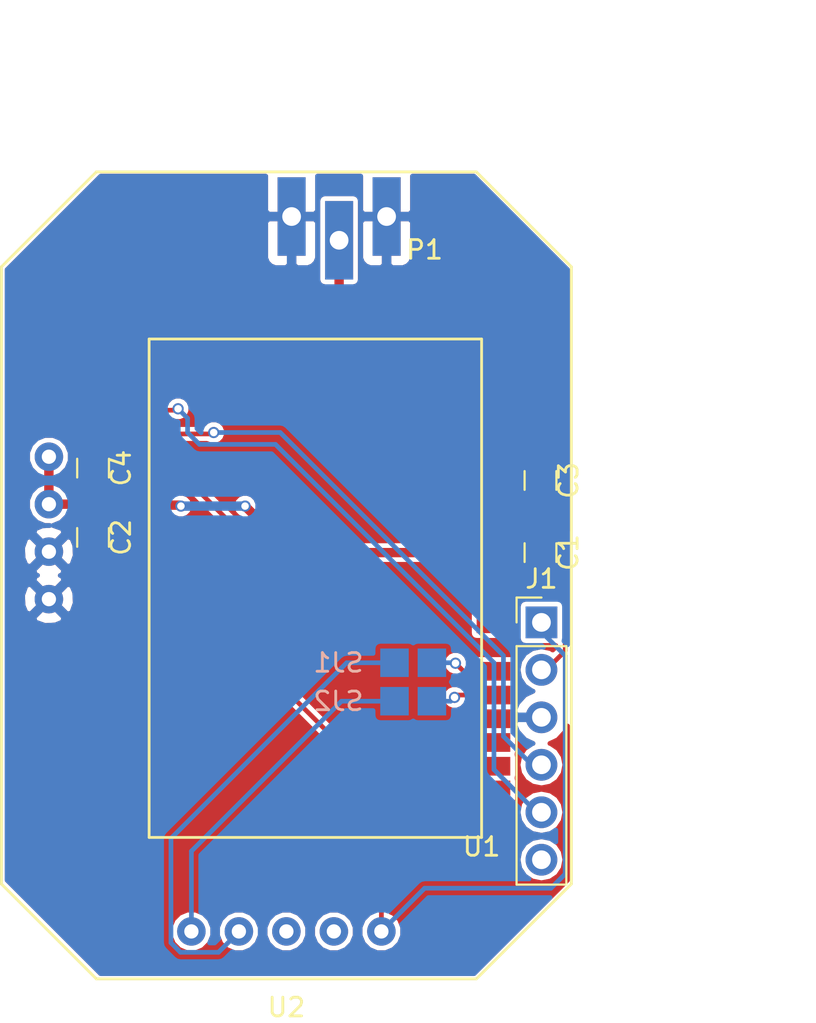
<source format=kicad_pcb>
(kicad_pcb (version 4) (host pcbnew 4.0.7-e2-6376~58~ubuntu16.04.1)

  (general
    (links 38)
    (no_connects 0)
    (area 129.087199 74.8694 162.98962 122.8934)
    (thickness 1.6)
    (drawings 2)
    (tracks 80)
    (zones 0)
    (modules 10)
    (nets 40)
  )

  (page A4)
  (layers
    (0 F.Cu signal)
    (31 B.Cu signal)
    (32 B.Adhes user)
    (33 F.Adhes user)
    (34 B.Paste user)
    (35 F.Paste user)
    (36 B.SilkS user)
    (37 F.SilkS user)
    (38 B.Mask user)
    (39 F.Mask user)
    (40 Dwgs.User user)
    (41 Cmts.User user)
    (42 Eco1.User user)
    (43 Eco2.User user)
    (44 Edge.Cuts user)
    (45 Margin user)
    (46 B.CrtYd user)
    (47 F.CrtYd user)
    (48 B.Fab user)
    (49 F.Fab user)
  )

  (setup
    (last_trace_width 0.25)
    (trace_clearance 0.2)
    (zone_clearance 0.25)
    (zone_45_only no)
    (trace_min 0.2)
    (segment_width 0.2)
    (edge_width 0.15)
    (via_size 0.6)
    (via_drill 0.4)
    (via_min_size 0.4)
    (via_min_drill 0.3)
    (uvia_size 0.3)
    (uvia_drill 0.1)
    (uvias_allowed no)
    (uvia_min_size 0.2)
    (uvia_min_drill 0.1)
    (pcb_text_width 0.3)
    (pcb_text_size 1.5 1.5)
    (mod_edge_width 0.15)
    (mod_text_size 1 1)
    (mod_text_width 0.15)
    (pad_size 1.524 1.524)
    (pad_drill 0.762)
    (pad_to_mask_clearance 0.2)
    (aux_axis_origin 0 0)
    (visible_elements FFFFFF7F)
    (pcbplotparams
      (layerselection 0x00030_80000001)
      (usegerberextensions false)
      (excludeedgelayer true)
      (linewidth 0.100000)
      (plotframeref false)
      (viasonmask false)
      (mode 1)
      (useauxorigin false)
      (hpglpennumber 1)
      (hpglpenspeed 20)
      (hpglpendiameter 15)
      (hpglpenoverlay 2)
      (psnegative false)
      (psa4output false)
      (plotreference true)
      (plotvalue true)
      (plotinvisibletext false)
      (padsonsilk false)
      (subtractmaskfromsilk false)
      (outputformat 1)
      (mirror false)
      (drillshape 1)
      (scaleselection 1)
      (outputdirectory ""))
  )

  (net 0 "")
  (net 1 +3V3)
  (net 2 GND)
  (net 3 "Net-(P1-Pad2)")
  (net 4 "Net-(SJ1-Pad1)")
  (net 5 "Net-(SJ1-Pad2)")
  (net 6 "Net-(SJ2-Pad1)")
  (net 7 "Net-(SJ2-Pad2)")
  (net 8 "Net-(U1-Pad2)")
  (net 9 "Net-(U1-Pad3)")
  (net 10 "Net-(U1-Pad4)")
  (net 11 "Net-(U1-Pad5)")
  (net 12 "Net-(U1-Pad9)")
  (net 13 "Net-(U1-Pad10)")
  (net 14 "Net-(U1-Pad13)")
  (net 15 "Net-(U1-Pad14)")
  (net 16 "Net-(U1-Pad15)")
  (net 17 "Net-(U1-Pad16)")
  (net 18 "Net-(U1-Pad17)")
  (net 19 "Net-(U1-Pad18)")
  (net 20 "Net-(U1-Pad19)")
  (net 21 "Net-(U1-Pad25)")
  (net 22 "Net-(U1-Pad29)")
  (net 23 rn2483_reset)
  (net 24 "Net-(U1-Pad35)")
  (net 25 "Net-(U1-Pad36)")
  (net 26 "Net-(U1-Pad37)")
  (net 27 "Net-(U1-Pad38)")
  (net 28 "Net-(U1-Pad39)")
  (net 29 "Net-(U1-Pad40)")
  (net 30 "Net-(U1-Pad42)")
  (net 31 "Net-(U1-Pad43)")
  (net 32 "Net-(U1-Pad44)")
  (net 33 "Net-(U1-Pad45)")
  (net 34 "Net-(U1-Pad46)")
  (net 35 "Net-(U2-Pad7)")
  (net 36 "Net-(U2-Pad8)")
  (net 37 "Net-(J1-Pad4)")
  (net 38 "Net-(J1-Pad5)")
  (net 39 "Net-(J1-Pad6)")

  (net_class Default "This is the default net class."
    (clearance 0.2)
    (trace_width 0.25)
    (via_dia 0.6)
    (via_drill 0.4)
    (uvia_dia 0.3)
    (uvia_drill 0.1)
    (add_net +3V3)
    (add_net GND)
    (add_net "Net-(J1-Pad4)")
    (add_net "Net-(J1-Pad5)")
    (add_net "Net-(J1-Pad6)")
    (add_net "Net-(P1-Pad2)")
    (add_net "Net-(SJ1-Pad1)")
    (add_net "Net-(SJ1-Pad2)")
    (add_net "Net-(SJ2-Pad1)")
    (add_net "Net-(SJ2-Pad2)")
    (add_net "Net-(U1-Pad10)")
    (add_net "Net-(U1-Pad13)")
    (add_net "Net-(U1-Pad14)")
    (add_net "Net-(U1-Pad15)")
    (add_net "Net-(U1-Pad16)")
    (add_net "Net-(U1-Pad17)")
    (add_net "Net-(U1-Pad18)")
    (add_net "Net-(U1-Pad19)")
    (add_net "Net-(U1-Pad2)")
    (add_net "Net-(U1-Pad25)")
    (add_net "Net-(U1-Pad29)")
    (add_net "Net-(U1-Pad3)")
    (add_net "Net-(U1-Pad35)")
    (add_net "Net-(U1-Pad36)")
    (add_net "Net-(U1-Pad37)")
    (add_net "Net-(U1-Pad38)")
    (add_net "Net-(U1-Pad39)")
    (add_net "Net-(U1-Pad4)")
    (add_net "Net-(U1-Pad40)")
    (add_net "Net-(U1-Pad42)")
    (add_net "Net-(U1-Pad43)")
    (add_net "Net-(U1-Pad44)")
    (add_net "Net-(U1-Pad45)")
    (add_net "Net-(U1-Pad46)")
    (add_net "Net-(U1-Pad5)")
    (add_net "Net-(U1-Pad9)")
    (add_net "Net-(U2-Pad7)")
    (add_net "Net-(U2-Pad8)")
    (add_net rn2483_reset)
  )

  (module lorawan_module:SMD_0805 (layer F.Cu) (tedit 58AA8463) (tstamp 5A15C9F6)
    (at 158.1912 97.4852 270)
    (descr "Capacitor SMD 0805, reflow soldering, AVX (see smccp.pdf)")
    (tags "capacitor 0805")
    (path /5A15F382)
    (attr smd)
    (fp_text reference C1 (at 0 -1.5 270) (layer F.SilkS)
      (effects (font (size 1 1) (thickness 0.15)))
    )
    (fp_text value 100n (at 0 1.75 270) (layer F.Fab)
      (effects (font (size 1 1) (thickness 0.15)))
    )
    (fp_text user %R (at 0 -1.5 270) (layer F.Fab)
      (effects (font (size 1 1) (thickness 0.15)))
    )
    (fp_line (start -1 0.62) (end -1 -0.62) (layer F.Fab) (width 0.1))
    (fp_line (start 1 0.62) (end -1 0.62) (layer F.Fab) (width 0.1))
    (fp_line (start 1 -0.62) (end 1 0.62) (layer F.Fab) (width 0.1))
    (fp_line (start -1 -0.62) (end 1 -0.62) (layer F.Fab) (width 0.1))
    (fp_line (start 0.5 -0.85) (end -0.5 -0.85) (layer F.SilkS) (width 0.12))
    (fp_line (start -0.5 0.85) (end 0.5 0.85) (layer F.SilkS) (width 0.12))
    (fp_line (start -1.75 -0.88) (end 1.75 -0.88) (layer F.CrtYd) (width 0.05))
    (fp_line (start -1.75 -0.88) (end -1.75 0.87) (layer F.CrtYd) (width 0.05))
    (fp_line (start 1.75 0.87) (end 1.75 -0.88) (layer F.CrtYd) (width 0.05))
    (fp_line (start 1.75 0.87) (end -1.75 0.87) (layer F.CrtYd) (width 0.05))
    (pad 1 smd rect (at -1 0 270) (size 1 1.25) (layers F.Cu F.Paste F.Mask)
      (net 1 +3V3))
    (pad 2 smd rect (at 1 0 270) (size 1 1.25) (layers F.Cu F.Paste F.Mask)
      (net 2 GND))
    (model Capacitors_SMD.3dshapes/C_0805.wrl
      (at (xyz 0 0 0))
      (scale (xyz 1 1 1))
      (rotate (xyz 0 0 0))
    )
  )

  (module lorawan_module:SMD_0805 (layer F.Cu) (tedit 58AA8463) (tstamp 5A15C9FC)
    (at 134.2644 96.6724 270)
    (descr "Capacitor SMD 0805, reflow soldering, AVX (see smccp.pdf)")
    (tags "capacitor 0805")
    (path /5A15F2E0)
    (attr smd)
    (fp_text reference C2 (at 0 -1.5 270) (layer F.SilkS)
      (effects (font (size 1 1) (thickness 0.15)))
    )
    (fp_text value 56p (at 0 1.75 270) (layer F.Fab)
      (effects (font (size 1 1) (thickness 0.15)))
    )
    (fp_text user %R (at 0 -1.5 270) (layer F.Fab)
      (effects (font (size 1 1) (thickness 0.15)))
    )
    (fp_line (start -1 0.62) (end -1 -0.62) (layer F.Fab) (width 0.1))
    (fp_line (start 1 0.62) (end -1 0.62) (layer F.Fab) (width 0.1))
    (fp_line (start 1 -0.62) (end 1 0.62) (layer F.Fab) (width 0.1))
    (fp_line (start -1 -0.62) (end 1 -0.62) (layer F.Fab) (width 0.1))
    (fp_line (start 0.5 -0.85) (end -0.5 -0.85) (layer F.SilkS) (width 0.12))
    (fp_line (start -0.5 0.85) (end 0.5 0.85) (layer F.SilkS) (width 0.12))
    (fp_line (start -1.75 -0.88) (end 1.75 -0.88) (layer F.CrtYd) (width 0.05))
    (fp_line (start -1.75 -0.88) (end -1.75 0.87) (layer F.CrtYd) (width 0.05))
    (fp_line (start 1.75 0.87) (end 1.75 -0.88) (layer F.CrtYd) (width 0.05))
    (fp_line (start 1.75 0.87) (end -1.75 0.87) (layer F.CrtYd) (width 0.05))
    (pad 1 smd rect (at -1 0 270) (size 1 1.25) (layers F.Cu F.Paste F.Mask)
      (net 1 +3V3))
    (pad 2 smd rect (at 1 0 270) (size 1 1.25) (layers F.Cu F.Paste F.Mask)
      (net 2 GND))
    (model Capacitors_SMD.3dshapes/C_0805.wrl
      (at (xyz 0 0 0))
      (scale (xyz 1 1 1))
      (rotate (xyz 0 0 0))
    )
  )

  (module lorawan_module:SMD_0805 (layer F.Cu) (tedit 58AA8463) (tstamp 5A15CA02)
    (at 158.1912 93.6244 270)
    (descr "Capacitor SMD 0805, reflow soldering, AVX (see smccp.pdf)")
    (tags "capacitor 0805")
    (path /5A15F25C)
    (attr smd)
    (fp_text reference C3 (at 0 -1.5 270) (layer F.SilkS)
      (effects (font (size 1 1) (thickness 0.15)))
    )
    (fp_text value 56p (at 0 1.75 270) (layer F.Fab)
      (effects (font (size 1 1) (thickness 0.15)))
    )
    (fp_text user %R (at 0 -1.5 270) (layer F.Fab)
      (effects (font (size 1 1) (thickness 0.15)))
    )
    (fp_line (start -1 0.62) (end -1 -0.62) (layer F.Fab) (width 0.1))
    (fp_line (start 1 0.62) (end -1 0.62) (layer F.Fab) (width 0.1))
    (fp_line (start 1 -0.62) (end 1 0.62) (layer F.Fab) (width 0.1))
    (fp_line (start -1 -0.62) (end 1 -0.62) (layer F.Fab) (width 0.1))
    (fp_line (start 0.5 -0.85) (end -0.5 -0.85) (layer F.SilkS) (width 0.12))
    (fp_line (start -0.5 0.85) (end 0.5 0.85) (layer F.SilkS) (width 0.12))
    (fp_line (start -1.75 -0.88) (end 1.75 -0.88) (layer F.CrtYd) (width 0.05))
    (fp_line (start -1.75 -0.88) (end -1.75 0.87) (layer F.CrtYd) (width 0.05))
    (fp_line (start 1.75 0.87) (end 1.75 -0.88) (layer F.CrtYd) (width 0.05))
    (fp_line (start 1.75 0.87) (end -1.75 0.87) (layer F.CrtYd) (width 0.05))
    (pad 1 smd rect (at -1 0 270) (size 1 1.25) (layers F.Cu F.Paste F.Mask)
      (net 2 GND))
    (pad 2 smd rect (at 1 0 270) (size 1 1.25) (layers F.Cu F.Paste F.Mask)
      (net 1 +3V3))
    (model Capacitors_SMD.3dshapes/C_0805.wrl
      (at (xyz 0 0 0))
      (scale (xyz 1 1 1))
      (rotate (xyz 0 0 0))
    )
  )

  (module lorawan_module:SMD_0805 (layer F.Cu) (tedit 58AA8463) (tstamp 5A15CA08)
    (at 134.2644 92.964 270)
    (descr "Capacitor SMD 0805, reflow soldering, AVX (see smccp.pdf)")
    (tags "capacitor 0805")
    (path /5A15F2B2)
    (attr smd)
    (fp_text reference C4 (at 0 -1.5 270) (layer F.SilkS)
      (effects (font (size 1 1) (thickness 0.15)))
    )
    (fp_text value 100n (at 0 1.75 270) (layer F.Fab)
      (effects (font (size 1 1) (thickness 0.15)))
    )
    (fp_text user %R (at 0 -1.5 270) (layer F.Fab)
      (effects (font (size 1 1) (thickness 0.15)))
    )
    (fp_line (start -1 0.62) (end -1 -0.62) (layer F.Fab) (width 0.1))
    (fp_line (start 1 0.62) (end -1 0.62) (layer F.Fab) (width 0.1))
    (fp_line (start 1 -0.62) (end 1 0.62) (layer F.Fab) (width 0.1))
    (fp_line (start -1 -0.62) (end 1 -0.62) (layer F.Fab) (width 0.1))
    (fp_line (start 0.5 -0.85) (end -0.5 -0.85) (layer F.SilkS) (width 0.12))
    (fp_line (start -0.5 0.85) (end 0.5 0.85) (layer F.SilkS) (width 0.12))
    (fp_line (start -1.75 -0.88) (end 1.75 -0.88) (layer F.CrtYd) (width 0.05))
    (fp_line (start -1.75 -0.88) (end -1.75 0.87) (layer F.CrtYd) (width 0.05))
    (fp_line (start 1.75 0.87) (end 1.75 -0.88) (layer F.CrtYd) (width 0.05))
    (fp_line (start 1.75 0.87) (end -1.75 0.87) (layer F.CrtYd) (width 0.05))
    (pad 1 smd rect (at -1 0 270) (size 1 1.25) (layers F.Cu F.Paste F.Mask)
      (net 2 GND))
    (pad 2 smd rect (at 1 0 270) (size 1 1.25) (layers F.Cu F.Paste F.Mask)
      (net 1 +3V3))
    (model Capacitors_SMD.3dshapes/C_0805.wrl
      (at (xyz 0 0 0))
      (scale (xyz 1 1 1))
      (rotate (xyz 0 0 0))
    )
  )

  (module lorawan_module:sma_conn (layer F.Cu) (tedit 59158A7E) (tstamp 5A15CA0F)
    (at 147.4216 80.899)
    (path /5A15F860)
    (fp_text reference P1 (at 4.572 0.381) (layer F.SilkS)
      (effects (font (size 1 1) (thickness 0.15)))
    )
    (fp_text value SMA_mini (at 0.127 -4.445) (layer F.Fab)
      (effects (font (size 1 1) (thickness 0.15)))
    )
    (pad 1 thru_hole rect (at -2.54 -1.397) (size 1.5 4.2) (drill 1) (layers *.Cu *.Mask)
      (net 2 GND))
    (pad 2 thru_hole rect (at 0 -0.127) (size 1.5 4.2) (drill 1) (layers *.Cu *.Mask)
      (net 3 "Net-(P1-Pad2)"))
    (pad 3 thru_hole rect (at 2.54 -1.397) (size 1.5 4.2) (drill 1) (layers *.Cu *.Mask)
      (net 2 GND))
  )

  (module lorawan_module:RN2483_top (layer F.Cu) (tedit 58E5278E) (tstamp 5A15CA4E)
    (at 137.2616 112.7252)
    (path /5A15BEEC)
    (fp_text reference U1 (at 17.78 0.5) (layer F.SilkS)
      (effects (font (size 1 1) (thickness 0.15)))
    )
    (fp_text value RN2483 (at 17.78 -0.5) (layer F.Fab)
      (effects (font (size 1 1) (thickness 0.15)))
    )
    (fp_line (start 0 0) (end 17.78 0) (layer F.SilkS) (width 0.15))
    (fp_line (start 17.78 0) (end 17.78 -26.67) (layer F.SilkS) (width 0.15))
    (fp_line (start 17.78 -26.67) (end 0 -26.67) (layer F.SilkS) (width 0.15))
    (fp_line (start 0 -26.67) (end 0 0) (layer F.SilkS) (width 0.15))
    (pad 1 smd rect (at 18.415 -1.27) (size 1.8 1) (layers F.Cu F.Paste F.Mask)
      (net 2 GND))
    (pad 2 smd rect (at 18.415 -2.54) (size 1.8 1) (layers F.Cu F.Paste F.Mask)
      (net 8 "Net-(U1-Pad2)"))
    (pad 3 smd rect (at 18.415 -3.81) (size 1.8 1) (layers F.Cu F.Paste F.Mask)
      (net 9 "Net-(U1-Pad3)"))
    (pad 4 smd rect (at 18.415 -5.08) (size 1.8 1) (layers F.Cu F.Paste F.Mask)
      (net 10 "Net-(U1-Pad4)"))
    (pad 5 smd rect (at 18.415 -6.35) (size 1.8 1) (layers F.Cu F.Paste F.Mask)
      (net 11 "Net-(U1-Pad5)"))
    (pad 6 smd rect (at 18.415 -7.62) (size 1.8 1) (layers F.Cu F.Paste F.Mask)
      (net 6 "Net-(SJ2-Pad1)"))
    (pad 7 smd rect (at 18.415 -8.89) (size 1.8 1) (layers F.Cu F.Paste F.Mask)
      (net 4 "Net-(SJ1-Pad1)"))
    (pad 8 smd rect (at 18.415 -10.16) (size 1.8 1) (layers F.Cu F.Paste F.Mask)
      (net 2 GND))
    (pad 9 smd rect (at 18.415 -11.43) (size 1.8 1) (layers F.Cu F.Paste F.Mask)
      (net 12 "Net-(U1-Pad9)"))
    (pad 10 smd rect (at 18.415 -12.7) (size 1.8 1) (layers F.Cu F.Paste F.Mask)
      (net 13 "Net-(U1-Pad10)"))
    (pad 11 smd rect (at 18.415 -13.97) (size 1.8 1) (layers F.Cu F.Paste F.Mask)
      (net 2 GND))
    (pad 12 smd rect (at 18.415 -15.24) (size 1.8 1) (layers F.Cu F.Paste F.Mask)
      (net 1 +3V3))
    (pad 13 smd rect (at 18.415 -16.51) (size 1.8 1) (layers F.Cu F.Paste F.Mask)
      (net 14 "Net-(U1-Pad13)"))
    (pad 14 smd rect (at 18.415 -17.78) (size 1.8 1) (layers F.Cu F.Paste F.Mask)
      (net 15 "Net-(U1-Pad14)"))
    (pad 15 smd rect (at 18.415 -19.05) (size 1.8 1) (layers F.Cu F.Paste F.Mask)
      (net 16 "Net-(U1-Pad15)"))
    (pad 16 smd rect (at 18.415 -20.32) (size 1.8 1) (layers F.Cu F.Paste F.Mask)
      (net 17 "Net-(U1-Pad16)"))
    (pad 17 smd rect (at 18.415 -21.59) (size 1.8 1) (layers F.Cu F.Paste F.Mask)
      (net 18 "Net-(U1-Pad17)"))
    (pad 18 smd rect (at 18.415 -22.86) (size 1.8 1) (layers F.Cu F.Paste F.Mask)
      (net 19 "Net-(U1-Pad18)"))
    (pad 19 smd rect (at 18.415 -24.13) (size 1.8 1) (layers F.Cu F.Paste F.Mask)
      (net 20 "Net-(U1-Pad19)"))
    (pad 20 smd rect (at 18.415 -25.4) (size 1.8 1) (layers F.Cu F.Paste F.Mask)
      (net 2 GND))
    (pad 21 smd rect (at 12.7 -27.305) (size 1 1.8) (layers F.Cu F.Paste F.Mask)
      (net 2 GND))
    (pad 22 smd rect (at 11.43 -27.305) (size 1 1.8) (layers F.Cu F.Paste F.Mask)
      (net 2 GND))
    (pad 23 smd rect (at 10.16 -27.305) (size 1 1.8) (layers F.Cu F.Paste F.Mask)
      (net 3 "Net-(P1-Pad2)"))
    (pad 24 smd rect (at 8.89 -27.305) (size 1 1.8) (layers F.Cu F.Paste F.Mask)
      (net 2 GND))
    (pad 25 smd rect (at 7.62 -27.305) (size 1 1.8) (layers F.Cu F.Paste F.Mask)
      (net 21 "Net-(U1-Pad25)"))
    (pad 26 smd rect (at 6.35 -27.305) (size 1 1.8) (layers F.Cu F.Paste F.Mask)
      (net 2 GND))
    (pad 27 smd rect (at 5.08 -27.305) (size 1 1.8) (layers F.Cu F.Paste F.Mask)
      (net 2 GND))
    (pad 28 smd rect (at -0.635 -25.4) (size 1.8 1) (layers F.Cu F.Paste F.Mask)
      (net 2 GND))
    (pad 29 smd rect (at -0.635 -24.13) (size 1.8 1) (layers F.Cu F.Paste F.Mask)
      (net 22 "Net-(U1-Pad29)"))
    (pad 30 smd rect (at -0.635 -22.86) (size 1.8 1) (layers F.Cu F.Paste F.Mask)
      (net 38 "Net-(J1-Pad5)"))
    (pad 31 smd rect (at -0.635 -21.59) (size 1.8 1) (layers F.Cu F.Paste F.Mask)
      (net 37 "Net-(J1-Pad4)"))
    (pad 32 smd rect (at -0.635 -20.32) (size 1.8 1) (layers F.Cu F.Paste F.Mask)
      (net 23 rn2483_reset))
    (pad 33 smd rect (at -0.635 -19.05) (size 1.8 1) (layers F.Cu F.Paste F.Mask)
      (net 2 GND))
    (pad 34 smd rect (at -0.635 -17.78) (size 1.8 1) (layers F.Cu F.Paste F.Mask)
      (net 1 +3V3))
    (pad 35 smd rect (at -0.635 -16.51) (size 1.8 1) (layers F.Cu F.Paste F.Mask)
      (net 24 "Net-(U1-Pad35)"))
    (pad 36 smd rect (at -0.635 -15.24) (size 1.8 1) (layers F.Cu F.Paste F.Mask)
      (net 25 "Net-(U1-Pad36)"))
    (pad 37 smd rect (at -0.635 -13.97) (size 1.8 1) (layers F.Cu F.Paste F.Mask)
      (net 26 "Net-(U1-Pad37)"))
    (pad 38 smd rect (at -0.635 -12.7) (size 1.8 1) (layers F.Cu F.Paste F.Mask)
      (net 27 "Net-(U1-Pad38)"))
    (pad 39 smd rect (at -0.635 -11.43) (size 1.8 1) (layers F.Cu F.Paste F.Mask)
      (net 28 "Net-(U1-Pad39)"))
    (pad 40 smd rect (at -0.635 -10.16) (size 1.8 1) (layers F.Cu F.Paste F.Mask)
      (net 29 "Net-(U1-Pad40)"))
    (pad 41 smd rect (at -0.635 -8.89) (size 1.8 1) (layers F.Cu F.Paste F.Mask)
      (net 2 GND))
    (pad 42 smd rect (at -0.635 -7.62) (size 1.8 1) (layers F.Cu F.Paste F.Mask)
      (net 30 "Net-(U1-Pad42)"))
    (pad 43 smd rect (at -0.635 -6.35) (size 1.8 1) (layers F.Cu F.Paste F.Mask)
      (net 31 "Net-(U1-Pad43)"))
    (pad 44 smd rect (at -0.635 -5.08) (size 1.8 1) (layers F.Cu F.Paste F.Mask)
      (net 32 "Net-(U1-Pad44)"))
    (pad 45 smd rect (at -0.635 -3.81) (size 1.8 1) (layers F.Cu F.Paste F.Mask)
      (net 33 "Net-(U1-Pad45)"))
    (pad 46 smd rect (at -0.635 -2.54) (size 1.8 1) (layers F.Cu F.Paste F.Mask)
      (net 34 "Net-(U1-Pad46)"))
    (pad 47 smd rect (at -0.635 -1.27) (size 1.8 1) (layers F.Cu F.Paste F.Mask)
      (net 2 GND))
  )

  (module lorawan_module:wireless_footprint (layer F.Cu) (tedit 5933F763) (tstamp 5A15CA5B)
    (at 147.1422 105.0544)
    (path /5A15BF43)
    (fp_text reference U2 (at -2.54 16.764) (layer F.SilkS)
      (effects (font (size 1 1) (thickness 0.15)))
    )
    (fp_text value wireless_patice (at -2.54 -29.21) (layer F.Fab) hide
      (effects (font (size 1 1) (thickness 0.15)))
    )
    (fp_line (start -12.7 -27.94) (end 7.62 -27.94) (layer F.SilkS) (width 0.15))
    (fp_line (start 12.7 10.16) (end 12.7 -22.86) (layer F.SilkS) (width 0.15))
    (fp_line (start -12.7 15.24) (end 7.62 15.24) (layer F.SilkS) (width 0.15))
    (fp_line (start -17.78 -22.86) (end -17.78 10.16) (layer F.SilkS) (width 0.15))
    (fp_line (start -12.7 15.24) (end -17.78 10.16) (layer F.SilkS) (width 0.15))
    (fp_line (start 7.62 15.24) (end 12.7 10.16) (layer F.SilkS) (width 0.15))
    (fp_line (start 7.62 -27.94) (end 12.7 -22.86) (layer F.SilkS) (width 0.15))
    (fp_line (start -17.78 -22.86) (end -12.7 -27.94) (layer F.SilkS) (width 0.15))
    (pad 1 thru_hole circle (at -15.24 -12.7) (size 1.524 1.524) (drill 0.762) (layers *.Cu *.Mask)
      (net 1 +3V3))
    (pad 2 thru_hole circle (at -15.24 -10.16) (size 1.524 1.524) (drill 0.762) (layers *.Cu *.Mask)
      (net 1 +3V3))
    (pad 3 thru_hole circle (at -15.24 -7.62) (size 1.524 1.524) (drill 0.762) (layers *.Cu *.Mask)
      (net 2 GND))
    (pad 4 thru_hole circle (at -15.24 -5.08) (size 1.524 1.524) (drill 0.762) (layers *.Cu *.Mask)
      (net 2 GND))
    (pad 5 thru_hole circle (at -7.62 12.7) (size 1.524 1.524) (drill 0.762) (layers *.Cu *.Mask)
      (net 7 "Net-(SJ2-Pad2)"))
    (pad 6 thru_hole circle (at -5.08 12.7) (size 1.524 1.524) (drill 0.762) (layers *.Cu *.Mask)
      (net 5 "Net-(SJ1-Pad2)"))
    (pad 7 thru_hole circle (at -2.54 12.7) (size 1.524 1.524) (drill 0.762) (layers *.Cu *.Mask)
      (net 35 "Net-(U2-Pad7)"))
    (pad 8 thru_hole circle (at 0 12.7) (size 1.524 1.524) (drill 0.762) (layers *.Cu *.Mask)
      (net 36 "Net-(U2-Pad8)"))
    (pad 9 thru_hole circle (at 2.54 12.7) (size 1.524 1.524) (drill 0.762) (layers *.Cu *.Mask)
      (net 23 rn2483_reset))
  )

  (module lorawan_module:solder_jumper_bott (layer F.Cu) (tedit 5933F0D1) (tstamp 5A15CC56)
    (at 151.384 103.378 180)
    (path /5A15F19C)
    (fp_text reference SJ1 (at 4 0 180) (layer B.SilkS)
      (effects (font (size 1 1) (thickness 0.15)) (justify mirror))
    )
    (fp_text value solder_jumper (at 0 3.5 180) (layer F.Fab) hide
      (effects (font (size 1 1) (thickness 0.15)))
    )
    (pad 1 smd rect (at -1 0 180) (size 1.524 1.524) (layers B.Cu B.Paste B.Mask)
      (net 4 "Net-(SJ1-Pad1)"))
    (pad 2 smd rect (at 1 0 180) (size 1.524 1.524) (layers B.Cu B.Paste B.Mask)
      (net 5 "Net-(SJ1-Pad2)"))
  )

  (module lorawan_module:solder_jumper_bott (layer F.Cu) (tedit 5933F0D1) (tstamp 5A15CC5B)
    (at 151.384 105.4354 180)
    (path /5A15F22A)
    (fp_text reference SJ2 (at 4 0 180) (layer B.SilkS)
      (effects (font (size 1 1) (thickness 0.15)) (justify mirror))
    )
    (fp_text value solder_jumper (at 0 3.5 180) (layer F.Fab) hide
      (effects (font (size 1 1) (thickness 0.15)))
    )
    (pad 1 smd rect (at -1 0 180) (size 1.524 1.524) (layers B.Cu B.Paste B.Mask)
      (net 6 "Net-(SJ2-Pad1)"))
    (pad 2 smd rect (at 1 0 180) (size 1.524 1.524) (layers B.Cu B.Paste B.Mask)
      (net 7 "Net-(SJ2-Pad2)"))
  )

  (module lorawan_module:Pin_Header_Straight_1x06_Pitch2.54mm (layer F.Cu) (tedit 59650532) (tstamp 5A25542A)
    (at 158.242 101.219)
    (descr "Through hole straight pin header, 1x06, 2.54mm pitch, single row")
    (tags "Through hole pin header THT 1x06 2.54mm single row")
    (path /5A25573E)
    (fp_text reference J1 (at 0 -2.33) (layer F.SilkS)
      (effects (font (size 1 1) (thickness 0.15)))
    )
    (fp_text value Conn_01x06 (at 0 15.03) (layer F.Fab)
      (effects (font (size 1 1) (thickness 0.15)))
    )
    (fp_line (start -0.635 -1.27) (end 1.27 -1.27) (layer F.Fab) (width 0.1))
    (fp_line (start 1.27 -1.27) (end 1.27 13.97) (layer F.Fab) (width 0.1))
    (fp_line (start 1.27 13.97) (end -1.27 13.97) (layer F.Fab) (width 0.1))
    (fp_line (start -1.27 13.97) (end -1.27 -0.635) (layer F.Fab) (width 0.1))
    (fp_line (start -1.27 -0.635) (end -0.635 -1.27) (layer F.Fab) (width 0.1))
    (fp_line (start -1.33 14.03) (end 1.33 14.03) (layer F.SilkS) (width 0.12))
    (fp_line (start -1.33 1.27) (end -1.33 14.03) (layer F.SilkS) (width 0.12))
    (fp_line (start 1.33 1.27) (end 1.33 14.03) (layer F.SilkS) (width 0.12))
    (fp_line (start -1.33 1.27) (end 1.33 1.27) (layer F.SilkS) (width 0.12))
    (fp_line (start -1.33 0) (end -1.33 -1.33) (layer F.SilkS) (width 0.12))
    (fp_line (start -1.33 -1.33) (end 0 -1.33) (layer F.SilkS) (width 0.12))
    (fp_line (start -1.8 -1.8) (end -1.8 14.5) (layer F.CrtYd) (width 0.05))
    (fp_line (start -1.8 14.5) (end 1.8 14.5) (layer F.CrtYd) (width 0.05))
    (fp_line (start 1.8 14.5) (end 1.8 -1.8) (layer F.CrtYd) (width 0.05))
    (fp_line (start 1.8 -1.8) (end -1.8 -1.8) (layer F.CrtYd) (width 0.05))
    (fp_text user %R (at 0 6.35 90) (layer F.Fab)
      (effects (font (size 1 1) (thickness 0.15)))
    )
    (pad 1 thru_hole rect (at 0 0) (size 1.7 1.7) (drill 1) (layers *.Cu *.Mask)
      (net 23 rn2483_reset))
    (pad 2 thru_hole oval (at 0 2.54) (size 1.7 1.7) (drill 1) (layers *.Cu *.Mask)
      (net 1 +3V3))
    (pad 3 thru_hole oval (at 0 5.08) (size 1.7 1.7) (drill 1) (layers *.Cu *.Mask)
      (net 2 GND))
    (pad 4 thru_hole oval (at 0 7.62) (size 1.7 1.7) (drill 1) (layers *.Cu *.Mask)
      (net 37 "Net-(J1-Pad4)"))
    (pad 5 thru_hole oval (at 0 10.16) (size 1.7 1.7) (drill 1) (layers *.Cu *.Mask)
      (net 38 "Net-(J1-Pad5)"))
    (pad 6 thru_hole oval (at 0 12.7) (size 1.7 1.7) (drill 1) (layers *.Cu *.Mask)
      (net 39 "Net-(J1-Pad6)"))
    (model ${KISYS3DMOD}/Pin_Headers.3dshapes/Pin_Header_Straight_1x06_Pitch2.54mm.wrl
      (at (xyz 0 0 0))
      (scale (xyz 1 1 1))
      (rotate (xyz 0 0 0))
    )
  )

  (dimension 43.18 (width 0.3) (layer F.CrtYd)
    (gr_text "43,180 mm" (at 170.26 99.06 270) (layer F.CrtYd)
      (effects (font (size 1.5 1.5) (thickness 0.3)))
    )
    (feature1 (pts (xy 166.37 120.65) (xy 171.61 120.65)))
    (feature2 (pts (xy 166.37 77.47) (xy 171.61 77.47)))
    (crossbar (pts (xy 168.91 77.47) (xy 168.91 120.65)))
    (arrow1a (pts (xy 168.91 120.65) (xy 168.323579 119.523496)))
    (arrow1b (pts (xy 168.91 120.65) (xy 169.496421 119.523496)))
    (arrow2a (pts (xy 168.91 77.47) (xy 168.323579 78.596504)))
    (arrow2b (pts (xy 168.91 77.47) (xy 169.496421 78.596504)))
  )
  (dimension 30.48 (width 0.3) (layer F.CrtYd)
    (gr_text "30,480 mm" (at 144.78 69.77) (layer F.CrtYd)
      (effects (font (size 1.5 1.5) (thickness 0.3)))
    )
    (feature1 (pts (xy 160.02 73.66) (xy 160.02 68.42)))
    (feature2 (pts (xy 129.54 73.66) (xy 129.54 68.42)))
    (crossbar (pts (xy 129.54 71.12) (xy 160.02 71.12)))
    (arrow1a (pts (xy 160.02 71.12) (xy 158.893496 71.706421)))
    (arrow1b (pts (xy 160.02 71.12) (xy 158.893496 70.533579)))
    (arrow2a (pts (xy 129.54 71.12) (xy 130.666504 71.706421)))
    (arrow2b (pts (xy 129.54 71.12) (xy 130.666504 70.533579)))
  )

  (segment (start 158.242 103.759) (end 158.496 103.759) (width 0.25) (layer F.Cu) (net 1))
  (segment (start 158.496 103.759) (end 159.512 102.743) (width 0.25) (layer F.Cu) (net 1) (tstamp 5A255511))
  (segment (start 159.512 102.743) (end 159.512 96.901) (width 0.25) (layer F.Cu) (net 1) (tstamp 5A255512))
  (segment (start 159.512 96.901) (end 159.0962 96.4852) (width 0.25) (layer F.Cu) (net 1) (tstamp 5A255516))
  (segment (start 159.0962 96.4852) (end 158.1912 96.4852) (width 0.25) (layer F.Cu) (net 1) (tstamp 5A255517))
  (segment (start 158.1912 96.3422) (end 158.1912 96.4852) (width 0.25) (layer F.Cu) (net 1) (tstamp 5A255485))
  (segment (start 134.2644 93.964) (end 134.4516 93.964) (width 0.5) (layer F.Cu) (net 1))
  (segment (start 134.4516 93.964) (end 135.4328 94.9452) (width 0.5) (layer F.Cu) (net 1) (tstamp 5A15CC1A))
  (segment (start 135.4328 94.9452) (end 136.6266 94.9452) (width 0.5) (layer F.Cu) (net 1) (tstamp 5A15CC1B))
  (segment (start 133.334 94.8944) (end 133.4864 94.8944) (width 0.5) (layer F.Cu) (net 1))
  (segment (start 133.4864 94.8944) (end 134.2644 95.6724) (width 0.5) (layer F.Cu) (net 1) (tstamp 5A15CC17))
  (segment (start 131.9022 94.8944) (end 133.334 94.8944) (width 0.5) (layer F.Cu) (net 1))
  (segment (start 133.334 94.8944) (end 134.2644 93.964) (width 0.5) (layer F.Cu) (net 1) (tstamp 5A15CC14))
  (segment (start 131.9022 92.3544) (end 131.9022 94.8944) (width 0.5) (layer F.Cu) (net 1))
  (segment (start 155.6766 97.4852) (end 144.8816 97.4852) (width 0.5) (layer F.Cu) (net 1))
  (segment (start 138.9126 94.9452) (end 136.6266 94.9452) (width 0.5) (layer F.Cu) (net 1) (tstamp 5A15CC0B))
  (segment (start 138.9634 94.996) (end 138.9126 94.9452) (width 0.5) (layer F.Cu) (net 1) (tstamp 5A15CC0A))
  (via (at 138.9634 94.996) (size 0.6) (drill 0.4) (layers F.Cu B.Cu) (net 1))
  (segment (start 142.3924 94.996) (end 138.9634 94.996) (width 0.5) (layer B.Cu) (net 1) (tstamp 5A15CC07))
  (via (at 142.3924 94.996) (size 0.6) (drill 0.4) (layers F.Cu B.Cu) (net 1))
  (segment (start 144.8816 97.4852) (end 142.3924 94.996) (width 0.5) (layer F.Cu) (net 1) (tstamp 5A15CC04))
  (segment (start 155.6766 97.4852) (end 156.8704 97.4852) (width 0.5) (layer F.Cu) (net 1))
  (segment (start 156.8704 97.4852) (end 157.8704 96.4852) (width 0.5) (layer F.Cu) (net 1) (tstamp 5A15CBFF))
  (segment (start 157.8704 96.4852) (end 158.1912 96.4852) (width 0.5) (layer F.Cu) (net 1) (tstamp 5A15CC00))
  (segment (start 158.1912 96.4852) (end 158.1912 94.6244) (width 0.5) (layer F.Cu) (net 1))
  (segment (start 158.1912 96.4852) (end 157.718 96.4852) (width 0.25) (layer F.Cu) (net 1))
  (segment (start 134.2644 95.6724) (end 134.5786 95.6724) (width 0.25) (layer F.Cu) (net 1))
  (segment (start 147.4216 85.4202) (end 147.4216 80.772) (width 0.5) (layer F.Cu) (net 3))
  (segment (start 155.6766 103.8352) (end 154.0764 103.8352) (width 0.25) (layer F.Cu) (net 4))
  (segment (start 153.6192 103.378) (end 151.9555 103.378) (width 0.25) (layer B.Cu) (net 4) (tstamp 5A15CBA6))
  (segment (start 153.6446 103.4034) (end 153.6192 103.378) (width 0.25) (layer B.Cu) (net 4) (tstamp 5A15CBA5))
  (via (at 153.6446 103.4034) (size 0.6) (drill 0.4) (layers F.Cu B.Cu) (net 4))
  (segment (start 154.0764 103.8352) (end 153.6446 103.4034) (width 0.25) (layer F.Cu) (net 4) (tstamp 5A15CBA3))
  (segment (start 142.0622 117.7544) (end 142.0622 117.7798) (width 0.25) (layer B.Cu) (net 5))
  (segment (start 142.0622 117.7798) (end 140.97 118.872) (width 0.25) (layer B.Cu) (net 5) (tstamp 5A15CC77))
  (segment (start 140.97 118.872) (end 138.938 118.872) (width 0.25) (layer B.Cu) (net 5) (tstamp 5A15CC78))
  (segment (start 138.938 118.872) (end 138.43 118.364) (width 0.25) (layer B.Cu) (net 5) (tstamp 5A15CC7A))
  (segment (start 138.43 118.364) (end 138.43 112.776) (width 0.25) (layer B.Cu) (net 5) (tstamp 5A15CC7C))
  (segment (start 138.43 112.776) (end 147.828 103.378) (width 0.25) (layer B.Cu) (net 5) (tstamp 5A15CC7D))
  (segment (start 147.828 103.378) (end 150.384 103.378) (width 0.25) (layer B.Cu) (net 5) (tstamp 5A15CC7F))
  (segment (start 151.9555 105.4354) (end 153.3906 105.4354) (width 0.25) (layer B.Cu) (net 6))
  (segment (start 153.7208 105.1052) (end 155.6766 105.1052) (width 0.25) (layer F.Cu) (net 6) (tstamp 5A15CBAC))
  (segment (start 153.5938 105.2322) (end 153.7208 105.1052) (width 0.25) (layer F.Cu) (net 6) (tstamp 5A15CBAB))
  (via (at 153.5938 105.2322) (size 0.6) (drill 0.4) (layers F.Cu B.Cu) (net 6))
  (segment (start 153.3906 105.4354) (end 153.5938 105.2322) (width 0.25) (layer B.Cu) (net 6) (tstamp 5A15CBA9))
  (segment (start 139.5222 117.7544) (end 139.5222 113.4618) (width 0.25) (layer B.Cu) (net 7))
  (segment (start 147.5486 105.4354) (end 150.384 105.4354) (width 0.25) (layer B.Cu) (net 7) (tstamp 5A15CC73))
  (segment (start 139.5222 113.4618) (end 147.5486 105.4354) (width 0.25) (layer B.Cu) (net 7) (tstamp 5A15CC71))
  (segment (start 139.5222 117.7544) (end 139.573 117.7544) (width 0.25) (layer B.Cu) (net 7))
  (segment (start 158.242 101.219) (end 158.242 101.727) (width 0.25) (layer B.Cu) (net 23))
  (segment (start 158.242 101.727) (end 159.512 102.997) (width 0.25) (layer B.Cu) (net 23) (tstamp 5A255549))
  (segment (start 159.512 102.997) (end 159.512 114.681) (width 0.25) (layer B.Cu) (net 23) (tstamp 5A25554C))
  (segment (start 159.512 114.681) (end 158.75 115.443) (width 0.25) (layer B.Cu) (net 23) (tstamp 5A255552))
  (segment (start 158.75 115.443) (end 151.9936 115.443) (width 0.25) (layer B.Cu) (net 23) (tstamp 5A255553))
  (segment (start 151.9936 115.443) (end 149.6822 117.7544) (width 0.25) (layer B.Cu) (net 23) (tstamp 5A255554))
  (segment (start 149.6822 117.7544) (end 149.6822 109.9566) (width 0.25) (layer F.Cu) (net 23))
  (segment (start 138.1252 92.4052) (end 136.6266 92.4052) (width 0.25) (layer F.Cu) (net 23) (tstamp 5A15CBC6))
  (segment (start 141.605 95.885) (end 138.1252 92.4052) (width 0.25) (layer F.Cu) (net 23) (tstamp 5A15CBC4))
  (segment (start 141.605 101.8794) (end 141.605 101.854) (width 0.25) (layer F.Cu) (net 23) (tstamp 5A15CBC2))
  (segment (start 141.605 101.854) (end 141.605 95.885) (width 0.25) (layer F.Cu) (net 23) (tstamp 5A255507))
  (segment (start 149.6822 109.9566) (end 141.605 101.8794) (width 0.25) (layer F.Cu) (net 23) (tstamp 5A15CBC0))
  (segment (start 158.242 108.839) (end 157.734 108.839) (width 0.25) (layer B.Cu) (net 37))
  (segment (start 157.734 108.839) (end 156.21 107.315) (width 0.25) (layer B.Cu) (net 37) (tstamp 5A255527))
  (segment (start 156.21 107.315) (end 156.21 102.997) (width 0.25) (layer B.Cu) (net 37) (tstamp 5A255528))
  (segment (start 156.21 102.997) (end 144.272 91.059) (width 0.25) (layer B.Cu) (net 37) (tstamp 5A25552A))
  (segment (start 144.272 91.059) (end 140.716 91.059) (width 0.25) (layer B.Cu) (net 37) (tstamp 5A25552C))
  (via (at 140.716 91.059) (size 0.6) (drill 0.4) (layers F.Cu B.Cu) (net 37))
  (segment (start 140.716 91.059) (end 140.6398 91.1352) (width 0.25) (layer F.Cu) (net 37) (tstamp 5A255531))
  (segment (start 140.6398 91.1352) (end 136.6266 91.1352) (width 0.25) (layer F.Cu) (net 37) (tstamp 5A255532))
  (segment (start 136.6266 89.8652) (end 138.7348 89.8652) (width 0.25) (layer F.Cu) (net 38))
  (segment (start 155.702 109.093) (end 157.988 111.379) (width 0.25) (layer B.Cu) (net 38) (tstamp 5A255542))
  (segment (start 155.702 103.378) (end 155.702 109.093) (width 0.25) (layer B.Cu) (net 38) (tstamp 5A25553C))
  (segment (start 144.018 91.694) (end 155.702 103.378) (width 0.25) (layer B.Cu) (net 38) (tstamp 5A25553B))
  (segment (start 139.954 91.694) (end 144.018 91.694) (width 0.25) (layer B.Cu) (net 38) (tstamp 5A25553A))
  (segment (start 139.319 91.059) (end 139.954 91.694) (width 0.25) (layer B.Cu) (net 38) (tstamp 5A255539))
  (segment (start 139.319 90.297) (end 139.319 91.059) (width 0.25) (layer B.Cu) (net 38) (tstamp 5A255538))
  (segment (start 138.811 89.789) (end 139.319 90.297) (width 0.25) (layer B.Cu) (net 38) (tstamp 5A255537))
  (via (at 138.811 89.789) (size 0.6) (drill 0.4) (layers F.Cu B.Cu) (net 38))
  (segment (start 138.7348 89.8652) (end 138.811 89.789) (width 0.25) (layer F.Cu) (net 38) (tstamp 5A255535))
  (segment (start 157.988 111.379) (end 158.242 111.379) (width 0.25) (layer B.Cu) (net 38) (tstamp 5A255544))

  (zone (net 2) (net_name GND) (layer F.Cu) (tstamp 5A15CC1E) (hatch edge 0.508)
    (connect_pads thru_hole_only (clearance 0.25))
    (min_thickness 0.254)
    (fill yes (arc_segments 16) (thermal_gap 0.508) (thermal_bridge_width 0.508))
    (polygon
      (pts
        (xy 134.62 120.142) (xy 154.686 120.142) (xy 159.766 115.062) (xy 159.766 82.296) (xy 154.686 77.216)
        (xy 134.62 77.216) (xy 129.54 82.296) (xy 129.54 115.062)
      )
    )
    (filled_polygon
      (pts
        (xy 143.4966 79.21625) (xy 143.65535 79.375) (xy 144.7546 79.375) (xy 144.7546 79.355) (xy 145.0086 79.355)
        (xy 145.0086 79.375) (xy 146.10785 79.375) (xy 146.2666 79.21625) (xy 146.2666 78.672) (xy 146.287215 78.672)
        (xy 146.287215 82.872) (xy 146.313503 83.011708) (xy 146.39607 83.14002) (xy 146.522053 83.226101) (xy 146.6716 83.256385)
        (xy 146.7946 83.256385) (xy 146.7946 84.159712) (xy 146.781892 84.162103) (xy 146.65358 84.24467) (xy 146.567499 84.370653)
        (xy 146.537215 84.5202) (xy 146.537215 86.3202) (xy 146.563503 86.459908) (xy 146.64607 86.58822) (xy 146.772053 86.674301)
        (xy 146.9216 86.704585) (xy 147.9216 86.704585) (xy 148.061308 86.678297) (xy 148.18962 86.59573) (xy 148.275701 86.469747)
        (xy 148.305985 86.3202) (xy 148.305985 84.5202) (xy 148.279697 84.380492) (xy 148.19713 84.25218) (xy 148.071147 84.166099)
        (xy 148.0486 84.161533) (xy 148.0486 83.256385) (xy 148.1716 83.256385) (xy 148.311308 83.230097) (xy 148.43962 83.14753)
        (xy 148.525701 83.021547) (xy 148.555985 82.872) (xy 148.555985 79.78775) (xy 148.5766 79.78775) (xy 148.5766 81.72831)
        (xy 148.673273 81.961699) (xy 148.851902 82.140327) (xy 149.085291 82.237) (xy 149.67585 82.237) (xy 149.8346 82.07825)
        (xy 149.8346 79.629) (xy 150.0886 79.629) (xy 150.0886 82.07825) (xy 150.24735 82.237) (xy 150.837909 82.237)
        (xy 151.071298 82.140327) (xy 151.249927 81.961699) (xy 151.3466 81.72831) (xy 151.3466 79.78775) (xy 151.18785 79.629)
        (xy 150.0886 79.629) (xy 149.8346 79.629) (xy 148.73535 79.629) (xy 148.5766 79.78775) (xy 148.555985 79.78775)
        (xy 148.555985 78.672) (xy 148.529697 78.532292) (xy 148.44713 78.40398) (xy 148.321147 78.317899) (xy 148.1716 78.287615)
        (xy 146.6716 78.287615) (xy 146.531892 78.313903) (xy 146.40358 78.39647) (xy 146.317499 78.522453) (xy 146.287215 78.672)
        (xy 146.2666 78.672) (xy 146.2666 77.343) (xy 148.5766 77.343) (xy 148.5766 79.21625) (xy 148.73535 79.375)
        (xy 149.8346 79.375) (xy 149.8346 79.355) (xy 150.0886 79.355) (xy 150.0886 79.375) (xy 151.18785 79.375)
        (xy 151.3466 79.21625) (xy 151.3466 77.343) (xy 154.633394 77.343) (xy 159.639 82.348606) (xy 159.639 96.318064)
        (xy 159.451168 96.130232) (xy 159.288307 96.021412) (xy 159.200585 96.003963) (xy 159.200585 95.9852) (xy 159.174297 95.845492)
        (xy 159.09173 95.71718) (xy 158.965747 95.631099) (xy 158.8182 95.60122) (xy 158.8182 95.508409) (xy 158.955908 95.482497)
        (xy 159.08422 95.39993) (xy 159.170301 95.273947) (xy 159.200585 95.1244) (xy 159.200585 94.1244) (xy 159.174297 93.984692)
        (xy 159.09173 93.85638) (xy 158.965747 93.770299) (xy 158.8162 93.740015) (xy 157.5662 93.740015) (xy 157.426492 93.766303)
        (xy 157.29818 93.84887) (xy 157.212099 93.974853) (xy 157.181815 94.1244) (xy 157.181815 95.1244) (xy 157.208103 95.264108)
        (xy 157.29067 95.39242) (xy 157.416653 95.478501) (xy 157.5642 95.50838) (xy 157.5642 95.601191) (xy 157.426492 95.627103)
        (xy 157.29818 95.70967) (xy 157.212099 95.835653) (xy 157.181815 95.9852) (xy 157.181815 96.287073) (xy 156.960985 96.507903)
        (xy 156.960985 95.7152) (xy 156.934697 95.575492) (xy 156.934623 95.575378) (xy 156.960985 95.4452) (xy 156.960985 94.4452)
        (xy 156.934697 94.305492) (xy 156.934623 94.305378) (xy 156.960985 94.1752) (xy 156.960985 93.1752) (xy 156.934697 93.035492)
        (xy 156.934623 93.035378) (xy 156.960985 92.9052) (xy 156.960985 91.9052) (xy 156.934697 91.765492) (xy 156.934623 91.765378)
        (xy 156.960985 91.6352) (xy 156.960985 90.6352) (xy 156.934697 90.495492) (xy 156.934623 90.495378) (xy 156.960985 90.3652)
        (xy 156.960985 89.3652) (xy 156.934697 89.225492) (xy 156.934623 89.225378) (xy 156.960985 89.0952) (xy 156.960985 88.0952)
        (xy 156.934697 87.955492) (xy 156.85213 87.82718) (xy 156.726147 87.741099) (xy 156.5766 87.710815) (xy 154.7766 87.710815)
        (xy 154.636892 87.737103) (xy 154.50858 87.81967) (xy 154.422499 87.945653) (xy 154.392215 88.0952) (xy 154.392215 89.0952)
        (xy 154.418503 89.234908) (xy 154.418577 89.235022) (xy 154.392215 89.3652) (xy 154.392215 90.3652) (xy 154.418503 90.504908)
        (xy 154.418577 90.505022) (xy 154.392215 90.6352) (xy 154.392215 91.6352) (xy 154.418503 91.774908) (xy 154.418577 91.775022)
        (xy 154.392215 91.9052) (xy 154.392215 92.9052) (xy 154.418503 93.044908) (xy 154.418577 93.045022) (xy 154.392215 93.1752)
        (xy 154.392215 94.1752) (xy 154.418503 94.314908) (xy 154.418577 94.315022) (xy 154.392215 94.4452) (xy 154.392215 95.4452)
        (xy 154.418503 95.584908) (xy 154.418577 95.585022) (xy 154.392215 95.7152) (xy 154.392215 96.7152) (xy 154.418503 96.854908)
        (xy 154.418577 96.855022) (xy 154.417933 96.8582) (xy 145.141312 96.8582) (xy 143.016339 94.733227) (xy 142.966667 94.613011)
        (xy 142.77639 94.422402) (xy 142.527654 94.319118) (xy 142.258327 94.318883) (xy 142.009411 94.421733) (xy 141.818802 94.61201)
        (xy 141.715518 94.860746) (xy 141.715283 95.130073) (xy 141.818133 95.378989) (xy 142.00841 95.569598) (xy 142.129614 95.619926)
        (xy 144.438244 97.928556) (xy 144.641657 98.064472) (xy 144.8816 98.1122) (xy 154.416112 98.1122) (xy 154.418503 98.124908)
        (xy 154.50107 98.25322) (xy 154.627053 98.339301) (xy 154.7766 98.369585) (xy 156.5766 98.369585) (xy 156.716308 98.343297)
        (xy 156.84462 98.26073) (xy 156.930701 98.134747) (xy 156.937989 98.098756) (xy 157.110343 98.064472) (xy 157.313756 97.928556)
        (xy 157.872727 97.369585) (xy 158.8162 97.369585) (xy 158.955908 97.343297) (xy 159.01 97.30849) (xy 159.01 99.984615)
        (xy 157.392 99.984615) (xy 157.252292 100.010903) (xy 157.12398 100.09347) (xy 157.037899 100.219453) (xy 157.007615 100.369)
        (xy 157.007615 102.069) (xy 157.033903 102.208708) (xy 157.11647 102.33702) (xy 157.242453 102.423101) (xy 157.392 102.453385)
        (xy 159.01 102.453385) (xy 159.01 102.535064) (xy 158.845935 102.699129) (xy 158.735591 102.6254) (xy 158.266038 102.532)
        (xy 158.217962 102.532) (xy 157.748409 102.6254) (xy 157.350342 102.89138) (xy 157.084362 103.289447) (xy 156.990962 103.759)
        (xy 157.084362 104.228553) (xy 157.350342 104.62662) (xy 157.748409 104.8926) (xy 157.791954 104.901262) (xy 157.360642 105.103817)
        (xy 156.970355 105.532076) (xy 156.960985 105.554699) (xy 156.960985 104.6052) (xy 156.934697 104.465492) (xy 156.934623 104.465378)
        (xy 156.960985 104.3352) (xy 156.960985 103.3352) (xy 156.934697 103.195492) (xy 156.85213 103.06718) (xy 156.726147 102.981099)
        (xy 156.5766 102.950815) (xy 154.7766 102.950815) (xy 154.636892 102.977103) (xy 154.50858 103.05967) (xy 154.422499 103.185653)
        (xy 154.39262 103.3332) (xy 154.321661 103.3332) (xy 154.321717 103.269327) (xy 154.218867 103.020411) (xy 154.02859 102.829802)
        (xy 153.779854 102.726518) (xy 153.510527 102.726283) (xy 153.261611 102.829133) (xy 153.071002 103.01941) (xy 152.967718 103.268146)
        (xy 152.967483 103.537473) (xy 153.070333 103.786389) (xy 153.26061 103.976998) (xy 153.509346 104.080282) (xy 153.611636 104.080371)
        (xy 153.72143 104.190165) (xy 153.721432 104.190168) (xy 153.812622 104.251099) (xy 153.884292 104.298988) (xy 154.0764 104.3372)
        (xy 154.392591 104.3372) (xy 154.418503 104.474908) (xy 154.418577 104.475022) (xy 154.39262 104.6032) (xy 153.844367 104.6032)
        (xy 153.729054 104.555318) (xy 153.459727 104.555083) (xy 153.210811 104.657933) (xy 153.020202 104.84821) (xy 152.916918 105.096946)
        (xy 152.916683 105.366273) (xy 153.019533 105.615189) (xy 153.20981 105.805798) (xy 153.458546 105.909082) (xy 153.727873 105.909317)
        (xy 153.976789 105.806467) (xy 154.167398 105.61619) (xy 154.171131 105.6072) (xy 154.392591 105.6072) (xy 154.418503 105.744908)
        (xy 154.418577 105.745022) (xy 154.392215 105.8752) (xy 154.392215 106.8752) (xy 154.418503 107.014908) (xy 154.418577 107.015022)
        (xy 154.392215 107.1452) (xy 154.392215 108.1452) (xy 154.418503 108.284908) (xy 154.418577 108.285022) (xy 154.392215 108.4152)
        (xy 154.392215 109.4152) (xy 154.418503 109.554908) (xy 154.418577 109.555022) (xy 154.392215 109.6852) (xy 154.392215 110.6852)
        (xy 154.418503 110.824908) (xy 154.50107 110.95322) (xy 154.627053 111.039301) (xy 154.7766 111.069585) (xy 156.5766 111.069585)
        (xy 156.716308 111.043297) (xy 156.84462 110.96073) (xy 156.930701 110.834747) (xy 156.960985 110.6852) (xy 156.960985 109.6852)
        (xy 156.934697 109.545492) (xy 156.934623 109.545378) (xy 156.960985 109.4152) (xy 156.960985 108.4152) (xy 156.934697 108.275492)
        (xy 156.934623 108.275378) (xy 156.960985 108.1452) (xy 156.960985 107.1452) (xy 156.934697 107.005492) (xy 156.934623 107.005378)
        (xy 156.938122 106.988102) (xy 156.970355 107.065924) (xy 157.360642 107.494183) (xy 157.791954 107.696738) (xy 157.748409 107.7054)
        (xy 157.350342 107.97138) (xy 157.084362 108.369447) (xy 156.990962 108.839) (xy 157.084362 109.308553) (xy 157.350342 109.70662)
        (xy 157.748409 109.9726) (xy 158.217962 110.066) (xy 158.266038 110.066) (xy 158.735591 109.9726) (xy 159.133658 109.70662)
        (xy 159.399638 109.308553) (xy 159.493038 108.839) (xy 159.399638 108.369447) (xy 159.133658 107.97138) (xy 158.735591 107.7054)
        (xy 158.692046 107.696738) (xy 159.123358 107.494183) (xy 159.513645 107.065924) (xy 159.639 106.763271) (xy 159.639 115.009394)
        (xy 154.633394 120.015) (xy 134.672606 120.015) (xy 132.637573 117.979967) (xy 138.383003 117.979967) (xy 138.55604 118.398749)
        (xy 138.876166 118.719434) (xy 139.294645 118.893202) (xy 139.747767 118.893597) (xy 140.166549 118.72056) (xy 140.487234 118.400434)
        (xy 140.661002 117.981955) (xy 140.661003 117.979967) (xy 140.923003 117.979967) (xy 141.09604 118.398749) (xy 141.416166 118.719434)
        (xy 141.834645 118.893202) (xy 142.287767 118.893597) (xy 142.706549 118.72056) (xy 143.027234 118.400434) (xy 143.201002 117.981955)
        (xy 143.201003 117.979967) (xy 143.463003 117.979967) (xy 143.63604 118.398749) (xy 143.956166 118.719434) (xy 144.374645 118.893202)
        (xy 144.827767 118.893597) (xy 145.246549 118.72056) (xy 145.567234 118.400434) (xy 145.741002 117.981955) (xy 145.741003 117.979967)
        (xy 146.003003 117.979967) (xy 146.17604 118.398749) (xy 146.496166 118.719434) (xy 146.914645 118.893202) (xy 147.367767 118.893597)
        (xy 147.786549 118.72056) (xy 148.107234 118.400434) (xy 148.281002 117.981955) (xy 148.281397 117.528833) (xy 148.10836 117.110051)
        (xy 147.788234 116.789366) (xy 147.369755 116.615598) (xy 146.916633 116.615203) (xy 146.497851 116.78824) (xy 146.177166 117.108366)
        (xy 146.003398 117.526845) (xy 146.003003 117.979967) (xy 145.741003 117.979967) (xy 145.741397 117.528833) (xy 145.56836 117.110051)
        (xy 145.248234 116.789366) (xy 144.829755 116.615598) (xy 144.376633 116.615203) (xy 143.957851 116.78824) (xy 143.637166 117.108366)
        (xy 143.463398 117.526845) (xy 143.463003 117.979967) (xy 143.201003 117.979967) (xy 143.201397 117.528833) (xy 143.02836 117.110051)
        (xy 142.708234 116.789366) (xy 142.289755 116.615598) (xy 141.836633 116.615203) (xy 141.417851 116.78824) (xy 141.097166 117.108366)
        (xy 140.923398 117.526845) (xy 140.923003 117.979967) (xy 140.661003 117.979967) (xy 140.661397 117.528833) (xy 140.48836 117.110051)
        (xy 140.168234 116.789366) (xy 139.749755 116.615598) (xy 139.296633 116.615203) (xy 138.877851 116.78824) (xy 138.557166 117.108366)
        (xy 138.383398 117.526845) (xy 138.383003 117.979967) (xy 132.637573 117.979967) (xy 129.667 115.009394) (xy 129.667 104.6052)
        (xy 135.342215 104.6052) (xy 135.342215 105.6052) (xy 135.368503 105.744908) (xy 135.368577 105.745022) (xy 135.342215 105.8752)
        (xy 135.342215 106.8752) (xy 135.368503 107.014908) (xy 135.368577 107.015022) (xy 135.342215 107.1452) (xy 135.342215 108.1452)
        (xy 135.368503 108.284908) (xy 135.368577 108.285022) (xy 135.342215 108.4152) (xy 135.342215 109.4152) (xy 135.368503 109.554908)
        (xy 135.368577 109.555022) (xy 135.342215 109.6852) (xy 135.342215 110.6852) (xy 135.368503 110.824908) (xy 135.45107 110.95322)
        (xy 135.577053 111.039301) (xy 135.7266 111.069585) (xy 137.5266 111.069585) (xy 137.666308 111.043297) (xy 137.79462 110.96073)
        (xy 137.880701 110.834747) (xy 137.910985 110.6852) (xy 137.910985 109.6852) (xy 137.884697 109.545492) (xy 137.884623 109.545378)
        (xy 137.910985 109.4152) (xy 137.910985 108.4152) (xy 137.884697 108.275492) (xy 137.884623 108.275378) (xy 137.910985 108.1452)
        (xy 137.910985 107.1452) (xy 137.884697 107.005492) (xy 137.884623 107.005378) (xy 137.910985 106.8752) (xy 137.910985 105.8752)
        (xy 137.884697 105.735492) (xy 137.884623 105.735378) (xy 137.910985 105.6052) (xy 137.910985 104.6052) (xy 137.884697 104.465492)
        (xy 137.80213 104.33718) (xy 137.676147 104.251099) (xy 137.5266 104.220815) (xy 135.7266 104.220815) (xy 135.586892 104.247103)
        (xy 135.45858 104.32967) (xy 135.372499 104.455653) (xy 135.342215 104.6052) (xy 129.667 104.6052) (xy 129.667 100.954613)
        (xy 131.101592 100.954613) (xy 131.171057 101.196797) (xy 131.694502 101.383544) (xy 132.249568 101.355762) (xy 132.633343 101.196797)
        (xy 132.702808 100.954613) (xy 131.9022 100.154005) (xy 131.101592 100.954613) (xy 129.667 100.954613) (xy 129.667 99.766702)
        (xy 130.493056 99.766702) (xy 130.520838 100.321768) (xy 130.679803 100.705543) (xy 130.921987 100.775008) (xy 131.722595 99.9744)
        (xy 132.081805 99.9744) (xy 132.882413 100.775008) (xy 133.124597 100.705543) (xy 133.311344 100.182098) (xy 133.283562 99.627032)
        (xy 133.124597 99.243257) (xy 132.882413 99.173792) (xy 132.081805 99.9744) (xy 131.722595 99.9744) (xy 130.921987 99.173792)
        (xy 130.679803 99.243257) (xy 130.493056 99.766702) (xy 129.667 99.766702) (xy 129.667 98.414613) (xy 131.101592 98.414613)
        (xy 131.171057 98.656797) (xy 131.294544 98.700853) (xy 131.171057 98.752003) (xy 131.101592 98.994187) (xy 131.9022 99.794795)
        (xy 132.702808 98.994187) (xy 132.633343 98.752003) (xy 132.509856 98.707947) (xy 132.633343 98.656797) (xy 132.702808 98.414613)
        (xy 131.9022 97.614005) (xy 131.101592 98.414613) (xy 129.667 98.414613) (xy 129.667 97.226702) (xy 130.493056 97.226702)
        (xy 130.520838 97.781768) (xy 130.679803 98.165543) (xy 130.921987 98.235008) (xy 131.722595 97.4344) (xy 132.081805 97.4344)
        (xy 132.882413 98.235008) (xy 133.124597 98.165543) (xy 133.311344 97.642098) (xy 133.283562 97.087032) (xy 133.124597 96.703257)
        (xy 132.882413 96.633792) (xy 132.081805 97.4344) (xy 131.722595 97.4344) (xy 130.921987 96.633792) (xy 130.679803 96.703257)
        (xy 130.493056 97.226702) (xy 129.667 97.226702) (xy 129.667 92.579967) (xy 130.763003 92.579967) (xy 130.93604 92.998749)
        (xy 131.256166 93.319434) (xy 131.2752 93.327338) (xy 131.2752 93.921072) (xy 131.257851 93.92824) (xy 130.937166 94.248366)
        (xy 130.763398 94.666845) (xy 130.763003 95.119967) (xy 130.93604 95.538749) (xy 131.256166 95.859434) (xy 131.674645 96.033202)
        (xy 131.946409 96.033439) (xy 131.554832 96.053038) (xy 131.171057 96.212003) (xy 131.101592 96.454187) (xy 131.9022 97.254795)
        (xy 132.702808 96.454187) (xy 132.633343 96.212003) (xy 132.13032 96.032542) (xy 132.546549 95.86056) (xy 132.867234 95.540434)
        (xy 132.875138 95.5214) (xy 133.226688 95.5214) (xy 133.255015 95.549727) (xy 133.255015 96.1724) (xy 133.281303 96.312108)
        (xy 133.36387 96.44042) (xy 133.489853 96.526501) (xy 133.6394 96.556785) (xy 134.8894 96.556785) (xy 135.029108 96.530497)
        (xy 135.15742 96.44793) (xy 135.243501 96.321947) (xy 135.273785 96.1724) (xy 135.273785 95.54057) (xy 135.363519 95.558419)
        (xy 135.368503 95.584908) (xy 135.368577 95.585022) (xy 135.342215 95.7152) (xy 135.342215 96.7152) (xy 135.368503 96.854908)
        (xy 135.368577 96.855022) (xy 135.342215 96.9852) (xy 135.342215 97.9852) (xy 135.368503 98.124908) (xy 135.368577 98.125022)
        (xy 135.342215 98.2552) (xy 135.342215 99.2552) (xy 135.368503 99.394908) (xy 135.368577 99.395022) (xy 135.342215 99.5252)
        (xy 135.342215 100.5252) (xy 135.368503 100.664908) (xy 135.368577 100.665022) (xy 135.342215 100.7952) (xy 135.342215 101.7952)
        (xy 135.368503 101.934908) (xy 135.368577 101.935022) (xy 135.342215 102.0652) (xy 135.342215 103.0652) (xy 135.368503 103.204908)
        (xy 135.45107 103.33322) (xy 135.577053 103.419301) (xy 135.7266 103.449585) (xy 137.5266 103.449585) (xy 137.666308 103.423297)
        (xy 137.79462 103.34073) (xy 137.880701 103.214747) (xy 137.910985 103.0652) (xy 137.910985 102.0652) (xy 137.884697 101.925492)
        (xy 137.884623 101.925378) (xy 137.910985 101.7952) (xy 137.910985 100.7952) (xy 137.884697 100.655492) (xy 137.884623 100.655378)
        (xy 137.910985 100.5252) (xy 137.910985 99.5252) (xy 137.884697 99.385492) (xy 137.884623 99.385378) (xy 137.910985 99.2552)
        (xy 137.910985 98.2552) (xy 137.884697 98.115492) (xy 137.884623 98.115378) (xy 137.910985 97.9852) (xy 137.910985 96.9852)
        (xy 137.884697 96.845492) (xy 137.884623 96.845378) (xy 137.910985 96.7152) (xy 137.910985 95.7152) (xy 137.884697 95.575492)
        (xy 137.884623 95.575378) (xy 137.885267 95.5722) (xy 138.585676 95.5722) (xy 138.828146 95.672882) (xy 139.097473 95.673117)
        (xy 139.346389 95.570267) (xy 139.536998 95.37999) (xy 139.640282 95.131254) (xy 139.640517 94.861927) (xy 139.537667 94.613011)
        (xy 139.34739 94.422402) (xy 139.098654 94.319118) (xy 138.916416 94.318959) (xy 138.9126 94.3182) (xy 137.887088 94.3182)
        (xy 137.884697 94.305492) (xy 137.80213 94.17718) (xy 137.676147 94.091099) (xy 137.5266 94.060815) (xy 135.7266 94.060815)
        (xy 135.586892 94.087103) (xy 135.510544 94.136232) (xy 135.273785 93.899473) (xy 135.273785 93.464) (xy 135.247497 93.324292)
        (xy 135.16493 93.19598) (xy 135.038947 93.109899) (xy 134.8894 93.079615) (xy 133.6394 93.079615) (xy 133.499692 93.105903)
        (xy 133.37138 93.18847) (xy 133.285299 93.314453) (xy 133.255015 93.464) (xy 133.255015 94.086673) (xy 133.074288 94.2674)
        (xy 132.875528 94.2674) (xy 132.86836 94.250051) (xy 132.548234 93.929366) (xy 132.5292 93.921462) (xy 132.5292 93.327728)
        (xy 132.546549 93.32056) (xy 132.867234 93.000434) (xy 133.041002 92.581955) (xy 133.041397 92.128833) (xy 132.86836 91.710051)
        (xy 132.548234 91.389366) (xy 132.129755 91.215598) (xy 131.676633 91.215203) (xy 131.257851 91.38824) (xy 130.937166 91.708366)
        (xy 130.763398 92.126845) (xy 130.763003 92.579967) (xy 129.667 92.579967) (xy 129.667 88.0952) (xy 135.342215 88.0952)
        (xy 135.342215 89.0952) (xy 135.368503 89.234908) (xy 135.368577 89.235022) (xy 135.342215 89.3652) (xy 135.342215 90.3652)
        (xy 135.368503 90.504908) (xy 135.368577 90.505022) (xy 135.342215 90.6352) (xy 135.342215 91.6352) (xy 135.368503 91.774908)
        (xy 135.368577 91.775022) (xy 135.342215 91.9052) (xy 135.342215 92.9052) (xy 135.368503 93.044908) (xy 135.45107 93.17322)
        (xy 135.577053 93.259301) (xy 135.7266 93.289585) (xy 137.5266 93.289585) (xy 137.666308 93.263297) (xy 137.79462 93.18073)
        (xy 137.880701 93.054747) (xy 137.91058 92.9072) (xy 137.917264 92.9072) (xy 141.103 96.092935) (xy 141.103 101.879395)
        (xy 141.102999 101.8794) (xy 141.141212 102.071507) (xy 141.250032 102.234368) (xy 149.1802 110.164535) (xy 149.1802 116.729423)
        (xy 149.037851 116.78824) (xy 148.717166 117.108366) (xy 148.543398 117.526845) (xy 148.543003 117.979967) (xy 148.71604 118.398749)
        (xy 149.036166 118.719434) (xy 149.454645 118.893202) (xy 149.907767 118.893597) (xy 150.326549 118.72056) (xy 150.647234 118.400434)
        (xy 150.821002 117.981955) (xy 150.821397 117.528833) (xy 150.64836 117.110051) (xy 150.328234 116.789366) (xy 150.1842 116.729558)
        (xy 150.1842 113.919) (xy 156.990962 113.919) (xy 157.084362 114.388553) (xy 157.350342 114.78662) (xy 157.748409 115.0526)
        (xy 158.217962 115.146) (xy 158.266038 115.146) (xy 158.735591 115.0526) (xy 159.133658 114.78662) (xy 159.399638 114.388553)
        (xy 159.493038 113.919) (xy 159.399638 113.449447) (xy 159.133658 113.05138) (xy 158.735591 112.7854) (xy 158.266038 112.692)
        (xy 158.217962 112.692) (xy 157.748409 112.7854) (xy 157.350342 113.05138) (xy 157.084362 113.449447) (xy 156.990962 113.919)
        (xy 150.1842 113.919) (xy 150.1842 111.379) (xy 156.990962 111.379) (xy 157.084362 111.848553) (xy 157.350342 112.24662)
        (xy 157.748409 112.5126) (xy 158.217962 112.606) (xy 158.266038 112.606) (xy 158.735591 112.5126) (xy 159.133658 112.24662)
        (xy 159.399638 111.848553) (xy 159.493038 111.379) (xy 159.399638 110.909447) (xy 159.133658 110.51138) (xy 158.735591 110.2454)
        (xy 158.266038 110.152) (xy 158.217962 110.152) (xy 157.748409 110.2454) (xy 157.350342 110.51138) (xy 157.084362 110.909447)
        (xy 156.990962 111.379) (xy 150.1842 111.379) (xy 150.1842 109.956605) (xy 150.184201 109.9566) (xy 150.145988 109.764493)
        (xy 150.037168 109.601632) (xy 150.037165 109.60163) (xy 142.107 101.671464) (xy 142.107 99.5252) (xy 154.392215 99.5252)
        (xy 154.392215 100.5252) (xy 154.418503 100.664908) (xy 154.418577 100.665022) (xy 154.392215 100.7952) (xy 154.392215 101.7952)
        (xy 154.418503 101.934908) (xy 154.50107 102.06322) (xy 154.627053 102.149301) (xy 154.7766 102.179585) (xy 156.5766 102.179585)
        (xy 156.716308 102.153297) (xy 156.84462 102.07073) (xy 156.930701 101.944747) (xy 156.960985 101.7952) (xy 156.960985 100.7952)
        (xy 156.934697 100.655492) (xy 156.934623 100.655378) (xy 156.960985 100.5252) (xy 156.960985 99.5252) (xy 156.934697 99.385492)
        (xy 156.85213 99.25718) (xy 156.726147 99.171099) (xy 156.5766 99.140815) (xy 154.7766 99.140815) (xy 154.636892 99.167103)
        (xy 154.50858 99.24967) (xy 154.422499 99.375653) (xy 154.392215 99.5252) (xy 142.107 99.5252) (xy 142.107 95.885)
        (xy 142.101669 95.8582) (xy 142.068788 95.692892) (xy 142.022087 95.623) (xy 141.959968 95.530032) (xy 141.959965 95.53003)
        (xy 138.480168 92.050232) (xy 138.317307 91.941412) (xy 138.1252 91.903199) (xy 138.125195 91.9032) (xy 137.910609 91.9032)
        (xy 137.884697 91.765492) (xy 137.884623 91.765378) (xy 137.91058 91.6372) (xy 140.343093 91.6372) (xy 140.580746 91.735882)
        (xy 140.850073 91.736117) (xy 141.098989 91.633267) (xy 141.289598 91.44299) (xy 141.392882 91.194254) (xy 141.393117 90.924927)
        (xy 141.290267 90.676011) (xy 141.09999 90.485402) (xy 140.851254 90.382118) (xy 140.581927 90.381883) (xy 140.333011 90.484733)
        (xy 140.184285 90.6332) (xy 137.910609 90.6332) (xy 137.884697 90.495492) (xy 137.884623 90.495378) (xy 137.91058 90.3672)
        (xy 138.438093 90.3672) (xy 138.675746 90.465882) (xy 138.945073 90.466117) (xy 139.193989 90.363267) (xy 139.384598 90.17299)
        (xy 139.487882 89.924254) (xy 139.488117 89.654927) (xy 139.385267 89.406011) (xy 139.19499 89.215402) (xy 138.946254 89.112118)
        (xy 138.676927 89.111883) (xy 138.428011 89.214733) (xy 138.279285 89.3632) (xy 137.910609 89.3632) (xy 137.884697 89.225492)
        (xy 137.884623 89.225378) (xy 137.910985 89.0952) (xy 137.910985 88.0952) (xy 137.884697 87.955492) (xy 137.80213 87.82718)
        (xy 137.676147 87.741099) (xy 137.5266 87.710815) (xy 135.7266 87.710815) (xy 135.586892 87.737103) (xy 135.45858 87.81967)
        (xy 135.372499 87.945653) (xy 135.342215 88.0952) (xy 129.667 88.0952) (xy 129.667 84.5202) (xy 143.997215 84.5202)
        (xy 143.997215 86.3202) (xy 144.023503 86.459908) (xy 144.10607 86.58822) (xy 144.232053 86.674301) (xy 144.3816 86.704585)
        (xy 145.3816 86.704585) (xy 145.521308 86.678297) (xy 145.64962 86.59573) (xy 145.735701 86.469747) (xy 145.765985 86.3202)
        (xy 145.765985 84.5202) (xy 145.739697 84.380492) (xy 145.65713 84.25218) (xy 145.531147 84.166099) (xy 145.3816 84.135815)
        (xy 144.3816 84.135815) (xy 144.241892 84.162103) (xy 144.11358 84.24467) (xy 144.027499 84.370653) (xy 143.997215 84.5202)
        (xy 129.667 84.5202) (xy 129.667 82.348606) (xy 132.227856 79.78775) (xy 143.4966 79.78775) (xy 143.4966 81.72831)
        (xy 143.593273 81.961699) (xy 143.771902 82.140327) (xy 144.005291 82.237) (xy 144.59585 82.237) (xy 144.7546 82.07825)
        (xy 144.7546 79.629) (xy 145.0086 79.629) (xy 145.0086 82.07825) (xy 145.16735 82.237) (xy 145.757909 82.237)
        (xy 145.991298 82.140327) (xy 146.169927 81.961699) (xy 146.2666 81.72831) (xy 146.2666 79.78775) (xy 146.10785 79.629)
        (xy 145.0086 79.629) (xy 144.7546 79.629) (xy 143.65535 79.629) (xy 143.4966 79.78775) (xy 132.227856 79.78775)
        (xy 134.672606 77.343) (xy 143.4966 77.343)
      )
    )
    (filled_polygon
      (pts
        (xy 158.369 106.172) (xy 158.389 106.172) (xy 158.389 106.426) (xy 158.369 106.426) (xy 158.369 106.446)
        (xy 158.115 106.446) (xy 158.115 106.426) (xy 158.095 106.426) (xy 158.095 106.172) (xy 158.115 106.172)
        (xy 158.115 106.152) (xy 158.369 106.152)
      )
    )
  )
  (zone (net 2) (net_name GND) (layer B.Cu) (tstamp 5A15CC1F) (hatch edge 0.508)
    (connect_pads thru_hole_only (clearance 0.25))
    (min_thickness 0.254)
    (fill yes (arc_segments 16) (thermal_gap 0.508) (thermal_bridge_width 0.508))
    (polygon
      (pts
        (xy 134.62 120.142) (xy 154.686 120.142) (xy 159.766 115.062) (xy 159.766 82.296) (xy 154.686 77.216)
        (xy 134.62 77.216) (xy 129.54 82.296) (xy 129.54 115.062)
      )
    )
    (filled_polygon
      (pts
        (xy 143.4966 79.21625) (xy 143.65535 79.375) (xy 144.7546 79.375) (xy 144.7546 79.355) (xy 145.0086 79.355)
        (xy 145.0086 79.375) (xy 146.10785 79.375) (xy 146.2666 79.21625) (xy 146.2666 78.672) (xy 146.287215 78.672)
        (xy 146.287215 82.872) (xy 146.313503 83.011708) (xy 146.39607 83.14002) (xy 146.522053 83.226101) (xy 146.6716 83.256385)
        (xy 148.1716 83.256385) (xy 148.311308 83.230097) (xy 148.43962 83.14753) (xy 148.525701 83.021547) (xy 148.555985 82.872)
        (xy 148.555985 79.78775) (xy 148.5766 79.78775) (xy 148.5766 81.72831) (xy 148.673273 81.961699) (xy 148.851902 82.140327)
        (xy 149.085291 82.237) (xy 149.67585 82.237) (xy 149.8346 82.07825) (xy 149.8346 79.629) (xy 150.0886 79.629)
        (xy 150.0886 82.07825) (xy 150.24735 82.237) (xy 150.837909 82.237) (xy 151.071298 82.140327) (xy 151.249927 81.961699)
        (xy 151.3466 81.72831) (xy 151.3466 79.78775) (xy 151.18785 79.629) (xy 150.0886 79.629) (xy 149.8346 79.629)
        (xy 148.73535 79.629) (xy 148.5766 79.78775) (xy 148.555985 79.78775) (xy 148.555985 78.672) (xy 148.529697 78.532292)
        (xy 148.44713 78.40398) (xy 148.321147 78.317899) (xy 148.1716 78.287615) (xy 146.6716 78.287615) (xy 146.531892 78.313903)
        (xy 146.40358 78.39647) (xy 146.317499 78.522453) (xy 146.287215 78.672) (xy 146.2666 78.672) (xy 146.2666 77.343)
        (xy 148.5766 77.343) (xy 148.5766 79.21625) (xy 148.73535 79.375) (xy 149.8346 79.375) (xy 149.8346 79.355)
        (xy 150.0886 79.355) (xy 150.0886 79.375) (xy 151.18785 79.375) (xy 151.3466 79.21625) (xy 151.3466 77.343)
        (xy 154.633394 77.343) (xy 159.639 82.348606) (xy 159.639 102.414065) (xy 159.445038 102.220103) (xy 159.446101 102.218547)
        (xy 159.476385 102.069) (xy 159.476385 100.369) (xy 159.450097 100.229292) (xy 159.36753 100.10098) (xy 159.241547 100.014899)
        (xy 159.092 99.984615) (xy 157.392 99.984615) (xy 157.252292 100.010903) (xy 157.12398 100.09347) (xy 157.037899 100.219453)
        (xy 157.007615 100.369) (xy 157.007615 102.069) (xy 157.033903 102.208708) (xy 157.11647 102.33702) (xy 157.242453 102.423101)
        (xy 157.392 102.453385) (xy 158.258449 102.453385) (xy 158.3547 102.549636) (xy 158.266038 102.532) (xy 158.217962 102.532)
        (xy 157.748409 102.6254) (xy 157.350342 102.89138) (xy 157.084362 103.289447) (xy 156.990962 103.759) (xy 157.084362 104.228553)
        (xy 157.350342 104.62662) (xy 157.748409 104.8926) (xy 157.791954 104.901262) (xy 157.360642 105.103817) (xy 156.970355 105.532076)
        (xy 156.800524 105.94211) (xy 156.921845 106.172) (xy 158.115 106.172) (xy 158.115 106.152) (xy 158.369 106.152)
        (xy 158.369 106.172) (xy 158.389 106.172) (xy 158.389 106.426) (xy 158.369 106.426) (xy 158.369 106.446)
        (xy 158.115 106.446) (xy 158.115 106.426) (xy 156.921845 106.426) (xy 156.800524 106.65589) (xy 156.970355 107.065924)
        (xy 157.360642 107.494183) (xy 157.791954 107.696738) (xy 157.748409 107.7054) (xy 157.485803 107.880868) (xy 156.712 107.107064)
        (xy 156.712 102.997005) (xy 156.712001 102.997) (xy 156.673788 102.804893) (xy 156.673787 102.804892) (xy 156.564968 102.642032)
        (xy 156.564965 102.64203) (xy 144.626968 90.704032) (xy 144.464107 90.595212) (xy 144.272 90.556999) (xy 144.271995 90.557)
        (xy 141.171463 90.557) (xy 141.09999 90.485402) (xy 140.851254 90.382118) (xy 140.581927 90.381883) (xy 140.333011 90.484733)
        (xy 140.142402 90.67501) (xy 140.039118 90.923746) (xy 140.038991 91.069056) (xy 139.821 90.851064) (xy 139.821 90.297)
        (xy 139.782788 90.104893) (xy 139.673968 89.942032) (xy 139.673965 89.94203) (xy 139.488029 89.756093) (xy 139.488117 89.654927)
        (xy 139.385267 89.406011) (xy 139.19499 89.215402) (xy 138.946254 89.112118) (xy 138.676927 89.111883) (xy 138.428011 89.214733)
        (xy 138.237402 89.40501) (xy 138.134118 89.653746) (xy 138.133883 89.923073) (xy 138.236733 90.171989) (xy 138.42701 90.362598)
        (xy 138.675746 90.465882) (xy 138.778036 90.465971) (xy 138.817 90.504935) (xy 138.817 91.058995) (xy 138.816999 91.059)
        (xy 138.855212 91.251107) (xy 138.964032 91.413968) (xy 139.59903 92.048965) (xy 139.599032 92.048968) (xy 139.718559 92.128833)
        (xy 139.761893 92.157788) (xy 139.954 92.196001) (xy 139.954005 92.196) (xy 143.810064 92.196) (xy 155.2 103.585935)
        (xy 155.2 109.092995) (xy 155.199999 109.093) (xy 155.238212 109.285107) (xy 155.347032 109.447968) (xy 157.038595 111.139531)
        (xy 156.990962 111.379) (xy 157.084362 111.848553) (xy 157.350342 112.24662) (xy 157.748409 112.5126) (xy 158.217962 112.606)
        (xy 158.266038 112.606) (xy 158.735591 112.5126) (xy 159.01 112.329246) (xy 159.01 112.968754) (xy 158.735591 112.7854)
        (xy 158.266038 112.692) (xy 158.217962 112.692) (xy 157.748409 112.7854) (xy 157.350342 113.05138) (xy 157.084362 113.449447)
        (xy 156.990962 113.919) (xy 157.084362 114.388553) (xy 157.350342 114.78662) (xy 157.581388 114.941) (xy 151.9936 114.941)
        (xy 151.801492 114.979212) (xy 151.73626 115.0228) (xy 151.638632 115.088032) (xy 151.63863 115.088035) (xy 150.052001 116.674664)
        (xy 149.909755 116.615598) (xy 149.456633 116.615203) (xy 149.037851 116.78824) (xy 148.717166 117.108366) (xy 148.543398 117.526845)
        (xy 148.543003 117.979967) (xy 148.71604 118.398749) (xy 149.036166 118.719434) (xy 149.454645 118.893202) (xy 149.907767 118.893597)
        (xy 150.326549 118.72056) (xy 150.647234 118.400434) (xy 150.821002 117.981955) (xy 150.821397 117.528833) (xy 150.761841 117.384695)
        (xy 152.201535 115.945) (xy 158.703394 115.945) (xy 154.633394 120.015) (xy 134.672606 120.015) (xy 129.667 115.009394)
        (xy 129.667 112.776) (xy 137.927999 112.776) (xy 137.928 112.776005) (xy 137.928 118.363995) (xy 137.927999 118.364)
        (xy 137.966212 118.556107) (xy 138.075032 118.718968) (xy 138.58303 119.226965) (xy 138.583032 119.226968) (xy 138.745893 119.335788)
        (xy 138.938 119.374) (xy 140.969995 119.374) (xy 140.97 119.374001) (xy 141.162107 119.335788) (xy 141.324968 119.226968)
        (xy 141.710347 118.841589) (xy 141.834645 118.893202) (xy 142.287767 118.893597) (xy 142.706549 118.72056) (xy 143.027234 118.400434)
        (xy 143.201002 117.981955) (xy 143.201003 117.979967) (xy 143.463003 117.979967) (xy 143.63604 118.398749) (xy 143.956166 118.719434)
        (xy 144.374645 118.893202) (xy 144.827767 118.893597) (xy 145.246549 118.72056) (xy 145.567234 118.400434) (xy 145.741002 117.981955)
        (xy 145.741003 117.979967) (xy 146.003003 117.979967) (xy 146.17604 118.398749) (xy 146.496166 118.719434) (xy 146.914645 118.893202)
        (xy 147.367767 118.893597) (xy 147.786549 118.72056) (xy 148.107234 118.400434) (xy 148.281002 117.981955) (xy 148.281397 117.528833)
        (xy 148.10836 117.110051) (xy 147.788234 116.789366) (xy 147.369755 116.615598) (xy 146.916633 116.615203) (xy 146.497851 116.78824)
        (xy 146.177166 117.108366) (xy 146.003398 117.526845) (xy 146.003003 117.979967) (xy 145.741003 117.979967) (xy 145.741397 117.528833)
        (xy 145.56836 117.110051) (xy 145.248234 116.789366) (xy 144.829755 116.615598) (xy 144.376633 116.615203) (xy 143.957851 116.78824)
        (xy 143.637166 117.108366) (xy 143.463398 117.526845) (xy 143.463003 117.979967) (xy 143.201003 117.979967) (xy 143.201397 117.528833)
        (xy 143.02836 117.110051) (xy 142.708234 116.789366) (xy 142.289755 116.615598) (xy 141.836633 116.615203) (xy 141.417851 116.78824)
        (xy 141.097166 117.108366) (xy 140.923398 117.526845) (xy 140.923003 117.979967) (xy 140.989986 118.142078) (xy 140.762064 118.37)
        (xy 140.499871 118.37) (xy 140.661002 117.981955) (xy 140.661397 117.528833) (xy 140.48836 117.110051) (xy 140.168234 116.789366)
        (xy 140.0242 116.729558) (xy 140.0242 113.669736) (xy 147.756535 105.9374) (xy 149.237615 105.9374) (xy 149.237615 106.1974)
        (xy 149.263903 106.337108) (xy 149.34647 106.46542) (xy 149.472453 106.551501) (xy 149.622 106.581785) (xy 151.146 106.581785)
        (xy 151.285708 106.555497) (xy 151.384893 106.491673) (xy 151.472453 106.551501) (xy 151.622 106.581785) (xy 153.146 106.581785)
        (xy 153.285708 106.555497) (xy 153.41402 106.47293) (xy 153.500101 106.346947) (xy 153.530385 106.1974) (xy 153.530385 105.909596)
        (xy 153.532642 105.909147) (xy 153.727873 105.909317) (xy 153.976789 105.806467) (xy 154.167398 105.61619) (xy 154.270682 105.367454)
        (xy 154.270917 105.098127) (xy 154.168067 104.849211) (xy 153.97779 104.658602) (xy 153.729054 104.555318) (xy 153.50813 104.555125)
        (xy 153.504097 104.533692) (xy 153.42153 104.40538) (xy 153.421138 104.405112) (xy 153.500101 104.289547) (xy 153.530385 104.14)
        (xy 153.530385 104.0803) (xy 153.778673 104.080517) (xy 154.027589 103.977667) (xy 154.218198 103.78739) (xy 154.321482 103.538654)
        (xy 154.321717 103.269327) (xy 154.218867 103.020411) (xy 154.02859 102.829802) (xy 153.779854 102.726518) (xy 153.530385 102.7263)
        (xy 153.530385 102.616) (xy 153.504097 102.476292) (xy 153.42153 102.34798) (xy 153.295547 102.261899) (xy 153.146 102.231615)
        (xy 151.622 102.231615) (xy 151.482292 102.257903) (xy 151.383107 102.321727) (xy 151.295547 102.261899) (xy 151.146 102.231615)
        (xy 149.622 102.231615) (xy 149.482292 102.257903) (xy 149.35398 102.34047) (xy 149.267899 102.466453) (xy 149.237615 102.616)
        (xy 149.237615 102.876) (xy 147.828005 102.876) (xy 147.828 102.875999) (xy 147.635892 102.914212) (xy 147.473032 103.023032)
        (xy 138.075032 112.421032) (xy 137.966212 112.583893) (xy 137.927999 112.776) (xy 129.667 112.776) (xy 129.667 100.954613)
        (xy 131.101592 100.954613) (xy 131.171057 101.196797) (xy 131.694502 101.383544) (xy 132.249568 101.355762) (xy 132.633343 101.196797)
        (xy 132.702808 100.954613) (xy 131.9022 100.154005) (xy 131.101592 100.954613) (xy 129.667 100.954613) (xy 129.667 99.766702)
        (xy 130.493056 99.766702) (xy 130.520838 100.321768) (xy 130.679803 100.705543) (xy 130.921987 100.775008) (xy 131.722595 99.9744)
        (xy 132.081805 99.9744) (xy 132.882413 100.775008) (xy 133.124597 100.705543) (xy 133.311344 100.182098) (xy 133.283562 99.627032)
        (xy 133.124597 99.243257) (xy 132.882413 99.173792) (xy 132.081805 99.9744) (xy 131.722595 99.9744) (xy 130.921987 99.173792)
        (xy 130.679803 99.243257) (xy 130.493056 99.766702) (xy 129.667 99.766702) (xy 129.667 98.414613) (xy 131.101592 98.414613)
        (xy 131.171057 98.656797) (xy 131.294544 98.700853) (xy 131.171057 98.752003) (xy 131.101592 98.994187) (xy 131.9022 99.794795)
        (xy 132.702808 98.994187) (xy 132.633343 98.752003) (xy 132.509856 98.707947) (xy 132.633343 98.656797) (xy 132.702808 98.414613)
        (xy 131.9022 97.614005) (xy 131.101592 98.414613) (xy 129.667 98.414613) (xy 129.667 97.226702) (xy 130.493056 97.226702)
        (xy 130.520838 97.781768) (xy 130.679803 98.165543) (xy 130.921987 98.235008) (xy 131.722595 97.4344) (xy 132.081805 97.4344)
        (xy 132.882413 98.235008) (xy 133.124597 98.165543) (xy 133.311344 97.642098) (xy 133.283562 97.087032) (xy 133.124597 96.703257)
        (xy 132.882413 96.633792) (xy 132.081805 97.4344) (xy 131.722595 97.4344) (xy 130.921987 96.633792) (xy 130.679803 96.703257)
        (xy 130.493056 97.226702) (xy 129.667 97.226702) (xy 129.667 95.119967) (xy 130.763003 95.119967) (xy 130.93604 95.538749)
        (xy 131.256166 95.859434) (xy 131.674645 96.033202) (xy 131.946409 96.033439) (xy 131.554832 96.053038) (xy 131.171057 96.212003)
        (xy 131.101592 96.454187) (xy 131.9022 97.254795) (xy 132.702808 96.454187) (xy 132.633343 96.212003) (xy 132.13032 96.032542)
        (xy 132.546549 95.86056) (xy 132.867234 95.540434) (xy 133.037631 95.130073) (xy 138.286283 95.130073) (xy 138.389133 95.378989)
        (xy 138.57941 95.569598) (xy 138.828146 95.672882) (xy 139.097473 95.673117) (xy 139.218765 95.623) (xy 142.137017 95.623)
        (xy 142.257146 95.672882) (xy 142.526473 95.673117) (xy 142.775389 95.570267) (xy 142.965998 95.37999) (xy 143.069282 95.131254)
        (xy 143.069517 94.861927) (xy 142.966667 94.613011) (xy 142.77639 94.422402) (xy 142.527654 94.319118) (xy 142.258327 94.318883)
        (xy 142.137035 94.369) (xy 139.218783 94.369) (xy 139.098654 94.319118) (xy 138.829327 94.318883) (xy 138.580411 94.421733)
        (xy 138.389802 94.61201) (xy 138.286518 94.860746) (xy 138.286283 95.130073) (xy 133.037631 95.130073) (xy 133.041002 95.121955)
        (xy 133.041397 94.668833) (xy 132.86836 94.250051) (xy 132.548234 93.929366) (xy 132.129755 93.755598) (xy 131.676633 93.755203)
        (xy 131.257851 93.92824) (xy 130.937166 94.248366) (xy 130.763398 94.666845) (xy 130.763003 95.119967) (xy 129.667 95.119967)
        (xy 129.667 92.579967) (xy 130.763003 92.579967) (xy 130.93604 92.998749) (xy 131.256166 93.319434) (xy 131.674645 93.493202)
        (xy 132.127767 93.493597) (xy 132.546549 93.32056) (xy 132.867234 93.000434) (xy 133.041002 92.581955) (xy 133.041397 92.128833)
        (xy 132.86836 91.710051) (xy 132.548234 91.389366) (xy 132.129755 91.215598) (xy 131.676633 91.215203) (xy 131.257851 91.38824)
        (xy 130.937166 91.708366) (xy 130.763398 92.126845) (xy 130.763003 92.579967) (xy 129.667 92.579967) (xy 129.667 82.348606)
        (xy 132.227856 79.78775) (xy 143.4966 79.78775) (xy 143.4966 81.72831) (xy 143.593273 81.961699) (xy 143.771902 82.140327)
        (xy 144.005291 82.237) (xy 144.59585 82.237) (xy 144.7546 82.07825) (xy 144.7546 79.629) (xy 145.0086 79.629)
        (xy 145.0086 82.07825) (xy 145.16735 82.237) (xy 145.757909 82.237) (xy 145.991298 82.140327) (xy 146.169927 81.961699)
        (xy 146.2666 81.72831) (xy 146.2666 79.78775) (xy 146.10785 79.629) (xy 145.0086 79.629) (xy 144.7546 79.629)
        (xy 143.65535 79.629) (xy 143.4966 79.78775) (xy 132.227856 79.78775) (xy 134.672606 77.343) (xy 143.4966 77.343)
      )
    )
  )
)

</source>
